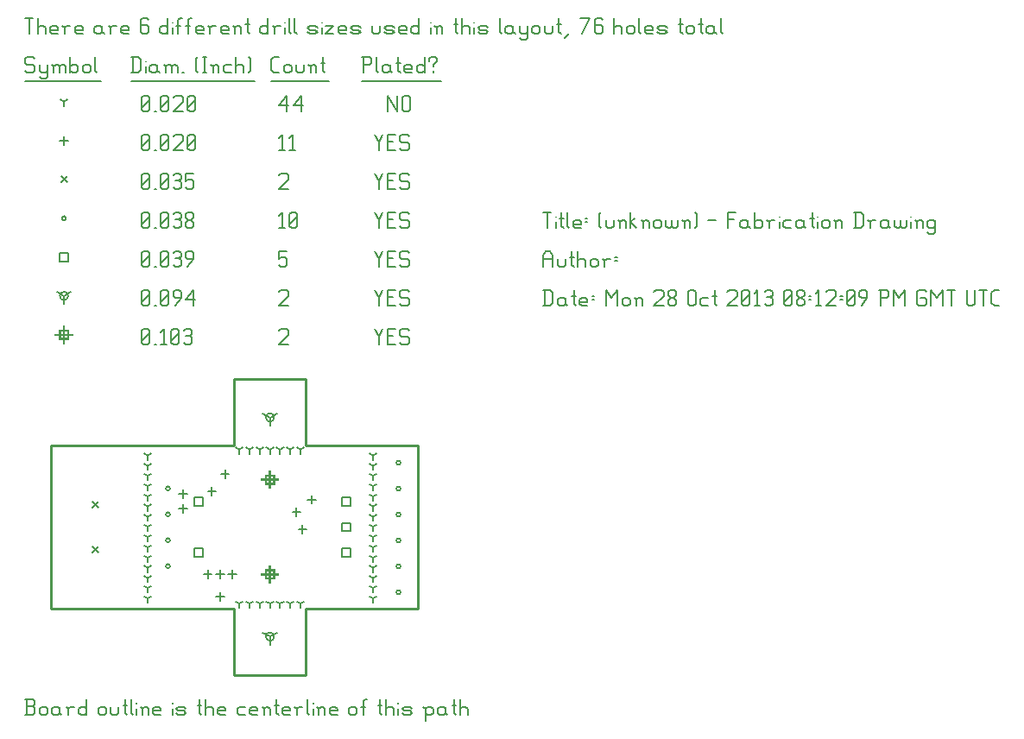
<source format=gbr>
G04 start of page 18 for group -3984 idx -3984 *
G04 Title: (unknown), fab *
G04 Creator: pcb 20110918 *
G04 CreationDate: Mon 28 Oct 2013 08:12:09 PM GMT UTC *
G04 For: tszabo *
G04 Format: Gerber/RS-274X *
G04 PCB-Dimensions: 157480 125984 *
G04 PCB-Coordinate-Origin: lower left *
%MOIN*%
%FSLAX25Y25*%
%LNFAB*%
%ADD142C,0.0100*%
%ADD141C,0.0075*%
%ADD140C,0.0060*%
%ADD139R,0.0080X0.0080*%
G54D139*X94488Y84499D02*Y78099D01*
X91288Y81299D02*X97688D01*
X92888Y82899D02*X96088D01*
X92888D02*Y79699D01*
X96088D01*
Y82899D02*Y79699D01*
X94488Y47885D02*Y41485D01*
X91288Y44685D02*X97688D01*
X92888Y46285D02*X96088D01*
X92888D02*Y43085D01*
X96088D01*
Y46285D02*Y43085D01*
X15000Y140434D02*Y134034D01*
X11800Y137234D02*X18200D01*
X13400Y138834D02*X16600D01*
X13400D02*Y135634D01*
X16600D01*
Y138834D02*Y135634D01*
G54D140*X135000Y139484D02*X136500Y136484D01*
X138000Y139484D01*
X136500Y136484D02*Y133484D01*
X139800Y136784D02*X142050D01*
X139800Y133484D02*X142800D01*
X139800Y139484D02*Y133484D01*
Y139484D02*X142800D01*
X147600D02*X148350Y138734D01*
X145350Y139484D02*X147600D01*
X144600Y138734D02*X145350Y139484D01*
X144600Y138734D02*Y137234D01*
X145350Y136484D01*
X147600D01*
X148350Y135734D01*
Y134234D01*
X147600Y133484D02*X148350Y134234D01*
X145350Y133484D02*X147600D01*
X144600Y134234D02*X145350Y133484D01*
X98000Y138734D02*X98750Y139484D01*
X101000D01*
X101750Y138734D01*
Y137234D01*
X98000Y133484D02*X101750Y137234D01*
X98000Y133484D02*X101750D01*
X45000Y134234D02*X45750Y133484D01*
X45000Y138734D02*Y134234D01*
Y138734D02*X45750Y139484D01*
X47250D01*
X48000Y138734D01*
Y134234D01*
X47250Y133484D02*X48000Y134234D01*
X45750Y133484D02*X47250D01*
X45000Y134984D02*X48000Y137984D01*
X49800Y133484D02*X50550D01*
X52350Y138284D02*X53550Y139484D01*
Y133484D01*
X52350D02*X54600D01*
X56400Y134234D02*X57150Y133484D01*
X56400Y138734D02*Y134234D01*
Y138734D02*X57150Y139484D01*
X58650D01*
X59400Y138734D01*
Y134234D01*
X58650Y133484D02*X59400Y134234D01*
X57150Y133484D02*X58650D01*
X56400Y134984D02*X59400Y137984D01*
X61200Y138734D02*X61950Y139484D01*
X63450D01*
X64200Y138734D01*
X63450Y133484D02*X64200Y134234D01*
X61950Y133484D02*X63450D01*
X61200Y134234D02*X61950Y133484D01*
Y136784D02*X63450D01*
X64200Y138734D02*Y137534D01*
Y136034D02*Y134234D01*
Y136034D02*X63450Y136784D01*
X64200Y137534D02*X63450Y136784D01*
X94488Y20669D02*Y17469D01*
Y20669D02*X97261Y22269D01*
X94488Y20669D02*X91715Y22269D01*
X92888Y20669D02*G75*G03X96088Y20669I1600J0D01*G01*
G75*G03X92888Y20669I-1600J0D01*G01*
X94488Y105315D02*Y102115D01*
Y105315D02*X97261Y106915D01*
X94488Y105315D02*X91715Y106915D01*
X92888Y105315D02*G75*G03X96088Y105315I1600J0D01*G01*
G75*G03X92888Y105315I-1600J0D01*G01*
X15000Y152234D02*Y149034D01*
Y152234D02*X17773Y153834D01*
X15000Y152234D02*X12227Y153834D01*
X13400Y152234D02*G75*G03X16600Y152234I1600J0D01*G01*
G75*G03X13400Y152234I-1600J0D01*G01*
X135000Y154484D02*X136500Y151484D01*
X138000Y154484D01*
X136500Y151484D02*Y148484D01*
X139800Y151784D02*X142050D01*
X139800Y148484D02*X142800D01*
X139800Y154484D02*Y148484D01*
Y154484D02*X142800D01*
X147600D02*X148350Y153734D01*
X145350Y154484D02*X147600D01*
X144600Y153734D02*X145350Y154484D01*
X144600Y153734D02*Y152234D01*
X145350Y151484D01*
X147600D01*
X148350Y150734D01*
Y149234D01*
X147600Y148484D02*X148350Y149234D01*
X145350Y148484D02*X147600D01*
X144600Y149234D02*X145350Y148484D01*
X98000Y153734D02*X98750Y154484D01*
X101000D01*
X101750Y153734D01*
Y152234D01*
X98000Y148484D02*X101750Y152234D01*
X98000Y148484D02*X101750D01*
X45000Y149234D02*X45750Y148484D01*
X45000Y153734D02*Y149234D01*
Y153734D02*X45750Y154484D01*
X47250D01*
X48000Y153734D01*
Y149234D01*
X47250Y148484D02*X48000Y149234D01*
X45750Y148484D02*X47250D01*
X45000Y149984D02*X48000Y152984D01*
X49800Y148484D02*X50550D01*
X52350Y149234D02*X53100Y148484D01*
X52350Y153734D02*Y149234D01*
Y153734D02*X53100Y154484D01*
X54600D01*
X55350Y153734D01*
Y149234D01*
X54600Y148484D02*X55350Y149234D01*
X53100Y148484D02*X54600D01*
X52350Y149984D02*X55350Y152984D01*
X57900Y148484D02*X60150Y151484D01*
Y153734D02*Y151484D01*
X59400Y154484D02*X60150Y153734D01*
X57900Y154484D02*X59400D01*
X57150Y153734D02*X57900Y154484D01*
X57150Y153734D02*Y152234D01*
X57900Y151484D01*
X60150D01*
X61950Y150734D02*X64950Y154484D01*
X61950Y150734D02*X65700D01*
X64950Y154484D02*Y148484D01*
X122416Y54749D02*X125616D01*
X122416D02*Y51549D01*
X125616D01*
Y54749D02*Y51549D01*
X122416Y64592D02*X125616D01*
X122416D02*Y61392D01*
X125616D01*
Y64592D02*Y61392D01*
X122416Y74435D02*X125616D01*
X122416D02*Y71235D01*
X125616D01*
Y74435D02*Y71235D01*
X65329Y54749D02*X68529D01*
X65329D02*Y51549D01*
X68529D01*
Y54749D02*Y51549D01*
X65329Y74435D02*X68529D01*
X65329D02*Y71235D01*
X68529D01*
Y74435D02*Y71235D01*
X13400Y168834D02*X16600D01*
X13400D02*Y165634D01*
X16600D01*
Y168834D02*Y165634D01*
X135000Y169484D02*X136500Y166484D01*
X138000Y169484D01*
X136500Y166484D02*Y163484D01*
X139800Y166784D02*X142050D01*
X139800Y163484D02*X142800D01*
X139800Y169484D02*Y163484D01*
Y169484D02*X142800D01*
X147600D02*X148350Y168734D01*
X145350Y169484D02*X147600D01*
X144600Y168734D02*X145350Y169484D01*
X144600Y168734D02*Y167234D01*
X145350Y166484D01*
X147600D01*
X148350Y165734D01*
Y164234D01*
X147600Y163484D02*X148350Y164234D01*
X145350Y163484D02*X147600D01*
X144600Y164234D02*X145350Y163484D01*
X98000Y169484D02*X101000D01*
X98000D02*Y166484D01*
X98750Y167234D01*
X100250D01*
X101000Y166484D01*
Y164234D01*
X100250Y163484D02*X101000Y164234D01*
X98750Y163484D02*X100250D01*
X98000Y164234D02*X98750Y163484D01*
X45000Y164234D02*X45750Y163484D01*
X45000Y168734D02*Y164234D01*
Y168734D02*X45750Y169484D01*
X47250D01*
X48000Y168734D01*
Y164234D01*
X47250Y163484D02*X48000Y164234D01*
X45750Y163484D02*X47250D01*
X45000Y164984D02*X48000Y167984D01*
X49800Y163484D02*X50550D01*
X52350Y164234D02*X53100Y163484D01*
X52350Y168734D02*Y164234D01*
Y168734D02*X53100Y169484D01*
X54600D01*
X55350Y168734D01*
Y164234D01*
X54600Y163484D02*X55350Y164234D01*
X53100Y163484D02*X54600D01*
X52350Y164984D02*X55350Y167984D01*
X57150Y168734D02*X57900Y169484D01*
X59400D01*
X60150Y168734D01*
X59400Y163484D02*X60150Y164234D01*
X57900Y163484D02*X59400D01*
X57150Y164234D02*X57900Y163484D01*
Y166784D02*X59400D01*
X60150Y168734D02*Y167534D01*
Y166034D02*Y164234D01*
Y166034D02*X59400Y166784D01*
X60150Y167534D02*X59400Y166784D01*
X62700Y163484D02*X64950Y166484D01*
Y168734D02*Y166484D01*
X64200Y169484D02*X64950Y168734D01*
X62700Y169484D02*X64200D01*
X61950Y168734D02*X62700Y169484D01*
X61950Y168734D02*Y167234D01*
X62700Y166484D01*
X64950D01*
X54317Y77913D02*G75*G03X55917Y77913I800J0D01*G01*
G75*G03X54317Y77913I-800J0D01*G01*
Y67913D02*G75*G03X55917Y67913I800J0D01*G01*
G75*G03X54317Y67913I-800J0D01*G01*
Y57913D02*G75*G03X55917Y57913I800J0D01*G01*
G75*G03X54317Y57913I-800J0D01*G01*
Y47913D02*G75*G03X55917Y47913I800J0D01*G01*
G75*G03X54317Y47913I-800J0D01*G01*
X143294Y87795D02*G75*G03X144894Y87795I800J0D01*G01*
G75*G03X143294Y87795I-800J0D01*G01*
Y77795D02*G75*G03X144894Y77795I800J0D01*G01*
G75*G03X143294Y77795I-800J0D01*G01*
Y67795D02*G75*G03X144894Y67795I800J0D01*G01*
G75*G03X143294Y67795I-800J0D01*G01*
Y57795D02*G75*G03X144894Y57795I800J0D01*G01*
G75*G03X143294Y57795I-800J0D01*G01*
Y47795D02*G75*G03X144894Y47795I800J0D01*G01*
G75*G03X143294Y47795I-800J0D01*G01*
Y37795D02*G75*G03X144894Y37795I800J0D01*G01*
G75*G03X143294Y37795I-800J0D01*G01*
X14200Y182234D02*G75*G03X15800Y182234I800J0D01*G01*
G75*G03X14200Y182234I-800J0D01*G01*
X135000Y184484D02*X136500Y181484D01*
X138000Y184484D01*
X136500Y181484D02*Y178484D01*
X139800Y181784D02*X142050D01*
X139800Y178484D02*X142800D01*
X139800Y184484D02*Y178484D01*
Y184484D02*X142800D01*
X147600D02*X148350Y183734D01*
X145350Y184484D02*X147600D01*
X144600Y183734D02*X145350Y184484D01*
X144600Y183734D02*Y182234D01*
X145350Y181484D01*
X147600D01*
X148350Y180734D01*
Y179234D01*
X147600Y178484D02*X148350Y179234D01*
X145350Y178484D02*X147600D01*
X144600Y179234D02*X145350Y178484D01*
X98000Y183284D02*X99200Y184484D01*
Y178484D01*
X98000D02*X100250D01*
X102050Y179234D02*X102800Y178484D01*
X102050Y183734D02*Y179234D01*
Y183734D02*X102800Y184484D01*
X104300D01*
X105050Y183734D01*
Y179234D01*
X104300Y178484D02*X105050Y179234D01*
X102800Y178484D02*X104300D01*
X102050Y179984D02*X105050Y182984D01*
X45000Y179234D02*X45750Y178484D01*
X45000Y183734D02*Y179234D01*
Y183734D02*X45750Y184484D01*
X47250D01*
X48000Y183734D01*
Y179234D01*
X47250Y178484D02*X48000Y179234D01*
X45750Y178484D02*X47250D01*
X45000Y179984D02*X48000Y182984D01*
X49800Y178484D02*X50550D01*
X52350Y179234D02*X53100Y178484D01*
X52350Y183734D02*Y179234D01*
Y183734D02*X53100Y184484D01*
X54600D01*
X55350Y183734D01*
Y179234D01*
X54600Y178484D02*X55350Y179234D01*
X53100Y178484D02*X54600D01*
X52350Y179984D02*X55350Y182984D01*
X57150Y183734D02*X57900Y184484D01*
X59400D01*
X60150Y183734D01*
X59400Y178484D02*X60150Y179234D01*
X57900Y178484D02*X59400D01*
X57150Y179234D02*X57900Y178484D01*
Y181784D02*X59400D01*
X60150Y183734D02*Y182534D01*
Y181034D02*Y179234D01*
Y181034D02*X59400Y181784D01*
X60150Y182534D02*X59400Y181784D01*
X61950Y179234D02*X62700Y178484D01*
X61950Y180434D02*Y179234D01*
Y180434D02*X63000Y181484D01*
X63900D01*
X64950Y180434D01*
Y179234D01*
X64200Y178484D02*X64950Y179234D01*
X62700Y178484D02*X64200D01*
X61950Y182534D02*X63000Y181484D01*
X61950Y183734D02*Y182534D01*
Y183734D02*X62700Y184484D01*
X64200D01*
X64950Y183734D01*
Y182534D01*
X63900Y181484D02*X64950Y182534D01*
X25964Y72853D02*X28364Y70453D01*
X25964D02*X28364Y72853D01*
X25964Y55531D02*X28364Y53131D01*
X25964D02*X28364Y55531D01*
X13800Y198434D02*X16200Y196034D01*
X13800D02*X16200Y198434D01*
X135000Y199484D02*X136500Y196484D01*
X138000Y199484D01*
X136500Y196484D02*Y193484D01*
X139800Y196784D02*X142050D01*
X139800Y193484D02*X142800D01*
X139800Y199484D02*Y193484D01*
Y199484D02*X142800D01*
X147600D02*X148350Y198734D01*
X145350Y199484D02*X147600D01*
X144600Y198734D02*X145350Y199484D01*
X144600Y198734D02*Y197234D01*
X145350Y196484D01*
X147600D01*
X148350Y195734D01*
Y194234D01*
X147600Y193484D02*X148350Y194234D01*
X145350Y193484D02*X147600D01*
X144600Y194234D02*X145350Y193484D01*
X98000Y198734D02*X98750Y199484D01*
X101000D01*
X101750Y198734D01*
Y197234D01*
X98000Y193484D02*X101750Y197234D01*
X98000Y193484D02*X101750D01*
X45000Y194234D02*X45750Y193484D01*
X45000Y198734D02*Y194234D01*
Y198734D02*X45750Y199484D01*
X47250D01*
X48000Y198734D01*
Y194234D01*
X47250Y193484D02*X48000Y194234D01*
X45750Y193484D02*X47250D01*
X45000Y194984D02*X48000Y197984D01*
X49800Y193484D02*X50550D01*
X52350Y194234D02*X53100Y193484D01*
X52350Y198734D02*Y194234D01*
Y198734D02*X53100Y199484D01*
X54600D01*
X55350Y198734D01*
Y194234D01*
X54600Y193484D02*X55350Y194234D01*
X53100Y193484D02*X54600D01*
X52350Y194984D02*X55350Y197984D01*
X57150Y198734D02*X57900Y199484D01*
X59400D01*
X60150Y198734D01*
X59400Y193484D02*X60150Y194234D01*
X57900Y193484D02*X59400D01*
X57150Y194234D02*X57900Y193484D01*
Y196784D02*X59400D01*
X60150Y198734D02*Y197534D01*
Y196034D02*Y194234D01*
Y196034D02*X59400Y196784D01*
X60150Y197534D02*X59400Y196784D01*
X61950Y199484D02*X64950D01*
X61950D02*Y196484D01*
X62700Y197234D01*
X64200D01*
X64950Y196484D01*
Y194234D01*
X64200Y193484D02*X64950Y194234D01*
X62700Y193484D02*X64200D01*
X61950Y194234D02*X62700Y193484D01*
X47244Y90544D02*Y88944D01*
Y90544D02*X48631Y91344D01*
X47244Y90544D02*X45857Y91344D01*
X47244Y86608D02*Y85008D01*
Y86608D02*X48631Y87408D01*
X47244Y86608D02*X45857Y87408D01*
X47244Y82672D02*Y81072D01*
Y82672D02*X48631Y83472D01*
X47244Y82672D02*X45857Y83472D01*
X47244Y78736D02*Y77136D01*
Y78736D02*X48631Y79536D01*
X47244Y78736D02*X45857Y79536D01*
X47244Y74800D02*Y73200D01*
Y74800D02*X48631Y75600D01*
X47244Y74800D02*X45857Y75600D01*
X47244Y70864D02*Y69264D01*
Y70864D02*X48631Y71664D01*
X47244Y70864D02*X45857Y71664D01*
X47244Y66928D02*Y65328D01*
Y66928D02*X48631Y67728D01*
X47244Y66928D02*X45857Y67728D01*
X47244Y35440D02*Y33840D01*
Y35440D02*X48631Y36240D01*
X47244Y35440D02*X45857Y36240D01*
X47244Y39376D02*Y37776D01*
Y39376D02*X48631Y40176D01*
X47244Y39376D02*X45857Y40176D01*
X47244Y43312D02*Y41712D01*
Y43312D02*X48631Y44112D01*
X47244Y43312D02*X45857Y44112D01*
X47244Y47248D02*Y45648D01*
Y47248D02*X48631Y48048D01*
X47244Y47248D02*X45857Y48048D01*
X47244Y51184D02*Y49584D01*
Y51184D02*X48631Y51984D01*
X47244Y51184D02*X45857Y51984D01*
X47244Y55120D02*Y53520D01*
Y55120D02*X48631Y55920D01*
X47244Y55120D02*X45857Y55920D01*
X47244Y59056D02*Y57456D01*
Y59056D02*X48631Y59856D01*
X47244Y59056D02*X45857Y59856D01*
X47244Y62992D02*Y61392D01*
Y62992D02*X48631Y63792D01*
X47244Y62992D02*X45857Y63792D01*
X134252Y39376D02*Y37776D01*
Y39376D02*X135639Y40176D01*
X134252Y39376D02*X132865Y40176D01*
X134252Y90544D02*Y88944D01*
Y90544D02*X135639Y91344D01*
X134252Y90544D02*X132865Y91344D01*
X134252Y86608D02*Y85008D01*
Y86608D02*X135639Y87408D01*
X134252Y86608D02*X132865Y87408D01*
X134252Y82672D02*Y81072D01*
Y82672D02*X135639Y83472D01*
X134252Y82672D02*X132865Y83472D01*
X134252Y78736D02*Y77136D01*
Y78736D02*X135639Y79536D01*
X134252Y78736D02*X132865Y79536D01*
X134252Y74800D02*Y73200D01*
Y74800D02*X135639Y75600D01*
X134252Y74800D02*X132865Y75600D01*
X134252Y70864D02*Y69264D01*
Y70864D02*X135639Y71664D01*
X134252Y70864D02*X132865Y71664D01*
X134252Y66928D02*Y65328D01*
Y66928D02*X135639Y67728D01*
X134252Y66928D02*X132865Y67728D01*
X134252Y35440D02*Y33840D01*
Y35440D02*X135639Y36240D01*
X134252Y35440D02*X132865Y36240D01*
X134252Y43312D02*Y41712D01*
Y43312D02*X135639Y44112D01*
X134252Y43312D02*X132865Y44112D01*
X134252Y47248D02*Y45648D01*
Y47248D02*X135639Y48048D01*
X134252Y47248D02*X132865Y48048D01*
X134252Y51184D02*Y49584D01*
Y51184D02*X135639Y51984D01*
X134252Y51184D02*X132865Y51984D01*
X134252Y55120D02*Y53520D01*
Y55120D02*X135639Y55920D01*
X134252Y55120D02*X132865Y55920D01*
X134252Y59056D02*Y57456D01*
Y59056D02*X135639Y59856D01*
X134252Y59056D02*X132865Y59856D01*
X134252Y62992D02*Y61392D01*
Y62992D02*X135639Y63792D01*
X134252Y62992D02*X132865Y63792D01*
X94485Y92913D02*Y91313D01*
Y92913D02*X95872Y93713D01*
X94485Y92913D02*X93098Y93713D01*
X90549Y92913D02*Y91313D01*
Y92913D02*X91936Y93713D01*
X90549Y92913D02*X89162Y93713D01*
X86613Y92913D02*Y91313D01*
Y92913D02*X88000Y93713D01*
X86613Y92913D02*X85226Y93713D01*
X82677Y92913D02*Y91313D01*
Y92913D02*X84064Y93713D01*
X82677Y92913D02*X81290Y93713D01*
X98421Y92913D02*Y91313D01*
Y92913D02*X99808Y93713D01*
X98421Y92913D02*X97034Y93713D01*
X102357Y92913D02*Y91313D01*
Y92913D02*X103744Y93713D01*
X102357Y92913D02*X100970Y93713D01*
X106293Y92913D02*Y91313D01*
Y92913D02*X107680Y93713D01*
X106293Y92913D02*X104906Y93713D01*
X94485Y33464D02*Y31864D01*
Y33464D02*X95872Y34264D01*
X94485Y33464D02*X93098Y34264D01*
X90549Y33464D02*Y31864D01*
Y33464D02*X91936Y34264D01*
X90549Y33464D02*X89162Y34264D01*
X86613Y33464D02*Y31864D01*
Y33464D02*X88000Y34264D01*
X86613Y33464D02*X85226Y34264D01*
X82677Y33464D02*Y31864D01*
Y33464D02*X84064Y34264D01*
X82677Y33464D02*X81290Y34264D01*
X98421Y33464D02*Y31864D01*
Y33464D02*X99808Y34264D01*
X98421Y33464D02*X97034Y34264D01*
X102357Y33464D02*Y31864D01*
Y33464D02*X103744Y34264D01*
X102357Y33464D02*X100970Y34264D01*
X106293Y33464D02*Y31864D01*
Y33464D02*X107680Y34264D01*
X106293Y33464D02*X104906Y34264D01*
X77165Y85064D02*Y81864D01*
X75565Y83464D02*X78765D01*
X61024Y71678D02*Y68478D01*
X59424Y70078D02*X62624D01*
X75197Y37820D02*Y34620D01*
X73597Y36220D02*X76797D01*
X75197Y46482D02*Y43282D01*
X73597Y44882D02*X76797D01*
X110630Y75222D02*Y72022D01*
X109030Y73622D02*X112230D01*
X104724Y70497D02*Y67297D01*
X103124Y68897D02*X106324D01*
X107087Y63804D02*Y60604D01*
X105487Y62204D02*X108687D01*
X60964Y77432D02*Y74232D01*
X59364Y75832D02*X62564D01*
X72047Y78371D02*Y75171D01*
X70447Y76771D02*X73647D01*
X70472Y46482D02*Y43282D01*
X68872Y44882D02*X72072D01*
X79921Y46482D02*Y43282D01*
X78321Y44882D02*X81521D01*
X15000Y213834D02*Y210634D01*
X13400Y212234D02*X16600D01*
X135000Y214484D02*X136500Y211484D01*
X138000Y214484D01*
X136500Y211484D02*Y208484D01*
X139800Y211784D02*X142050D01*
X139800Y208484D02*X142800D01*
X139800Y214484D02*Y208484D01*
Y214484D02*X142800D01*
X147600D02*X148350Y213734D01*
X145350Y214484D02*X147600D01*
X144600Y213734D02*X145350Y214484D01*
X144600Y213734D02*Y212234D01*
X145350Y211484D01*
X147600D01*
X148350Y210734D01*
Y209234D01*
X147600Y208484D02*X148350Y209234D01*
X145350Y208484D02*X147600D01*
X144600Y209234D02*X145350Y208484D01*
X98000Y213284D02*X99200Y214484D01*
Y208484D01*
X98000D02*X100250D01*
X102050Y213284D02*X103250Y214484D01*
Y208484D01*
X102050D02*X104300D01*
X15000Y227234D02*Y225634D01*
Y227234D02*X16387Y228034D01*
X15000Y227234D02*X13613Y228034D01*
X140000Y229484D02*Y223484D01*
Y229484D02*X143750Y223484D01*
Y229484D02*Y223484D01*
X145550Y228734D02*Y224234D01*
Y228734D02*X146300Y229484D01*
X147800D01*
X148550Y228734D01*
Y224234D01*
X147800Y223484D02*X148550Y224234D01*
X146300Y223484D02*X147800D01*
X145550Y224234D02*X146300Y223484D01*
X98000Y225734D02*X101000Y229484D01*
X98000Y225734D02*X101750D01*
X101000Y229484D02*Y223484D01*
X103550Y225734D02*X106550Y229484D01*
X103550Y225734D02*X107300D01*
X106550Y229484D02*Y223484D01*
X45000Y224234D02*X45750Y223484D01*
X45000Y228734D02*Y224234D01*
Y228734D02*X45750Y229484D01*
X47250D01*
X48000Y228734D01*
Y224234D01*
X47250Y223484D02*X48000Y224234D01*
X45750Y223484D02*X47250D01*
X45000Y224984D02*X48000Y227984D01*
X49800Y223484D02*X50550D01*
X52350Y224234D02*X53100Y223484D01*
X52350Y228734D02*Y224234D01*
Y228734D02*X53100Y229484D01*
X54600D01*
X55350Y228734D01*
Y224234D01*
X54600Y223484D02*X55350Y224234D01*
X53100Y223484D02*X54600D01*
X52350Y224984D02*X55350Y227984D01*
X57150Y228734D02*X57900Y229484D01*
X60150D01*
X60900Y228734D01*
Y227234D01*
X57150Y223484D02*X60900Y227234D01*
X57150Y223484D02*X60900D01*
X62700Y224234D02*X63450Y223484D01*
X62700Y228734D02*Y224234D01*
Y228734D02*X63450Y229484D01*
X64950D01*
X65700Y228734D01*
Y224234D01*
X64950Y223484D02*X65700Y224234D01*
X63450Y223484D02*X64950D01*
X62700Y224984D02*X65700Y227984D01*
X45000Y209234D02*X45750Y208484D01*
X45000Y213734D02*Y209234D01*
Y213734D02*X45750Y214484D01*
X47250D01*
X48000Y213734D01*
Y209234D01*
X47250Y208484D02*X48000Y209234D01*
X45750Y208484D02*X47250D01*
X45000Y209984D02*X48000Y212984D01*
X49800Y208484D02*X50550D01*
X52350Y209234D02*X53100Y208484D01*
X52350Y213734D02*Y209234D01*
Y213734D02*X53100Y214484D01*
X54600D01*
X55350Y213734D01*
Y209234D01*
X54600Y208484D02*X55350Y209234D01*
X53100Y208484D02*X54600D01*
X52350Y209984D02*X55350Y212984D01*
X57150Y213734D02*X57900Y214484D01*
X60150D01*
X60900Y213734D01*
Y212234D01*
X57150Y208484D02*X60900Y212234D01*
X57150Y208484D02*X60900D01*
X62700Y209234D02*X63450Y208484D01*
X62700Y213734D02*Y209234D01*
Y213734D02*X63450Y214484D01*
X64950D01*
X65700Y213734D01*
Y209234D01*
X64950Y208484D02*X65700Y209234D01*
X63450Y208484D02*X64950D01*
X62700Y209984D02*X65700Y212984D01*
X3000Y244484D02*X3750Y243734D01*
X750Y244484D02*X3000D01*
X0Y243734D02*X750Y244484D01*
X0Y243734D02*Y242234D01*
X750Y241484D01*
X3000D01*
X3750Y240734D01*
Y239234D01*
X3000Y238484D02*X3750Y239234D01*
X750Y238484D02*X3000D01*
X0Y239234D02*X750Y238484D01*
X5550Y241484D02*Y239234D01*
X6300Y238484D01*
X8550Y241484D02*Y236984D01*
X7800Y236234D02*X8550Y236984D01*
X6300Y236234D02*X7800D01*
X5550Y236984D02*X6300Y236234D01*
Y238484D02*X7800D01*
X8550Y239234D01*
X11100Y240734D02*Y238484D01*
Y240734D02*X11850Y241484D01*
X12600D01*
X13350Y240734D01*
Y238484D01*
Y240734D02*X14100Y241484D01*
X14850D01*
X15600Y240734D01*
Y238484D01*
X10350Y241484D02*X11100Y240734D01*
X17400Y244484D02*Y238484D01*
Y239234D02*X18150Y238484D01*
X19650D01*
X20400Y239234D01*
Y240734D02*Y239234D01*
X19650Y241484D02*X20400Y240734D01*
X18150Y241484D02*X19650D01*
X17400Y240734D02*X18150Y241484D01*
X22200Y240734D02*Y239234D01*
Y240734D02*X22950Y241484D01*
X24450D01*
X25200Y240734D01*
Y239234D01*
X24450Y238484D02*X25200Y239234D01*
X22950Y238484D02*X24450D01*
X22200Y239234D02*X22950Y238484D01*
X27000Y244484D02*Y239234D01*
X27750Y238484D01*
X0Y235234D02*X29250D01*
X41750Y244484D02*Y238484D01*
X43700Y244484D02*X44750Y243434D01*
Y239534D01*
X43700Y238484D02*X44750Y239534D01*
X41000Y238484D02*X43700D01*
X41000Y244484D02*X43700D01*
G54D141*X46550Y242984D02*Y242834D01*
G54D140*Y240734D02*Y238484D01*
X50300Y241484D02*X51050Y240734D01*
X48800Y241484D02*X50300D01*
X48050Y240734D02*X48800Y241484D01*
X48050Y240734D02*Y239234D01*
X48800Y238484D01*
X51050Y241484D02*Y239234D01*
X51800Y238484D01*
X48800D02*X50300D01*
X51050Y239234D01*
X54350Y240734D02*Y238484D01*
Y240734D02*X55100Y241484D01*
X55850D01*
X56600Y240734D01*
Y238484D01*
Y240734D02*X57350Y241484D01*
X58100D01*
X58850Y240734D01*
Y238484D01*
X53600Y241484D02*X54350Y240734D01*
X60650Y238484D02*X61400D01*
X65900Y239234D02*X66650Y238484D01*
X65900Y243734D02*X66650Y244484D01*
X65900Y243734D02*Y239234D01*
X68450Y244484D02*X69950D01*
X69200D02*Y238484D01*
X68450D02*X69950D01*
X72500Y240734D02*Y238484D01*
Y240734D02*X73250Y241484D01*
X74000D01*
X74750Y240734D01*
Y238484D01*
X71750Y241484D02*X72500Y240734D01*
X77300Y241484D02*X79550D01*
X76550Y240734D02*X77300Y241484D01*
X76550Y240734D02*Y239234D01*
X77300Y238484D01*
X79550D01*
X81350Y244484D02*Y238484D01*
Y240734D02*X82100Y241484D01*
X83600D01*
X84350Y240734D01*
Y238484D01*
X86150Y244484D02*X86900Y243734D01*
Y239234D01*
X86150Y238484D02*X86900Y239234D01*
X41000Y235234D02*X88700D01*
X96050Y238484D02*X98000D01*
X95000Y239534D02*X96050Y238484D01*
X95000Y243434D02*Y239534D01*
Y243434D02*X96050Y244484D01*
X98000D01*
X99800Y240734D02*Y239234D01*
Y240734D02*X100550Y241484D01*
X102050D01*
X102800Y240734D01*
Y239234D01*
X102050Y238484D02*X102800Y239234D01*
X100550Y238484D02*X102050D01*
X99800Y239234D02*X100550Y238484D01*
X104600Y241484D02*Y239234D01*
X105350Y238484D01*
X106850D01*
X107600Y239234D01*
Y241484D02*Y239234D01*
X110150Y240734D02*Y238484D01*
Y240734D02*X110900Y241484D01*
X111650D01*
X112400Y240734D01*
Y238484D01*
X109400Y241484D02*X110150Y240734D01*
X114950Y244484D02*Y239234D01*
X115700Y238484D01*
X114200Y242234D02*X115700D01*
X95000Y235234D02*X117200D01*
X130750Y244484D02*Y238484D01*
X130000Y244484D02*X133000D01*
X133750Y243734D01*
Y242234D01*
X133000Y241484D02*X133750Y242234D01*
X130750Y241484D02*X133000D01*
X135550Y244484D02*Y239234D01*
X136300Y238484D01*
X140050Y241484D02*X140800Y240734D01*
X138550Y241484D02*X140050D01*
X137800Y240734D02*X138550Y241484D01*
X137800Y240734D02*Y239234D01*
X138550Y238484D01*
X140800Y241484D02*Y239234D01*
X141550Y238484D01*
X138550D02*X140050D01*
X140800Y239234D01*
X144100Y244484D02*Y239234D01*
X144850Y238484D01*
X143350Y242234D02*X144850D01*
X147100Y238484D02*X149350D01*
X146350Y239234D02*X147100Y238484D01*
X146350Y240734D02*Y239234D01*
Y240734D02*X147100Y241484D01*
X148600D01*
X149350Y240734D01*
X146350Y239984D02*X149350D01*
Y240734D02*Y239984D01*
X154150Y244484D02*Y238484D01*
X153400D02*X154150Y239234D01*
X151900Y238484D02*X153400D01*
X151150Y239234D02*X151900Y238484D01*
X151150Y240734D02*Y239234D01*
Y240734D02*X151900Y241484D01*
X153400D01*
X154150Y240734D01*
X157450Y241484D02*Y240734D01*
Y239234D02*Y238484D01*
X155950Y243734D02*Y242984D01*
Y243734D02*X156700Y244484D01*
X158200D01*
X158950Y243734D01*
Y242984D01*
X157450Y241484D02*X158950Y242984D01*
X130000Y235234D02*X160750D01*
X0Y259484D02*X3000D01*
X1500D02*Y253484D01*
X4800Y259484D02*Y253484D01*
Y255734D02*X5550Y256484D01*
X7050D01*
X7800Y255734D01*
Y253484D01*
X10350D02*X12600D01*
X9600Y254234D02*X10350Y253484D01*
X9600Y255734D02*Y254234D01*
Y255734D02*X10350Y256484D01*
X11850D01*
X12600Y255734D01*
X9600Y254984D02*X12600D01*
Y255734D02*Y254984D01*
X15150Y255734D02*Y253484D01*
Y255734D02*X15900Y256484D01*
X17400D01*
X14400D02*X15150Y255734D01*
X19950Y253484D02*X22200D01*
X19200Y254234D02*X19950Y253484D01*
X19200Y255734D02*Y254234D01*
Y255734D02*X19950Y256484D01*
X21450D01*
X22200Y255734D01*
X19200Y254984D02*X22200D01*
Y255734D02*Y254984D01*
X28950Y256484D02*X29700Y255734D01*
X27450Y256484D02*X28950D01*
X26700Y255734D02*X27450Y256484D01*
X26700Y255734D02*Y254234D01*
X27450Y253484D01*
X29700Y256484D02*Y254234D01*
X30450Y253484D01*
X27450D02*X28950D01*
X29700Y254234D01*
X33000Y255734D02*Y253484D01*
Y255734D02*X33750Y256484D01*
X35250D01*
X32250D02*X33000Y255734D01*
X37800Y253484D02*X40050D01*
X37050Y254234D02*X37800Y253484D01*
X37050Y255734D02*Y254234D01*
Y255734D02*X37800Y256484D01*
X39300D01*
X40050Y255734D01*
X37050Y254984D02*X40050D01*
Y255734D02*Y254984D01*
X46800Y259484D02*X47550Y258734D01*
X45300Y259484D02*X46800D01*
X44550Y258734D02*X45300Y259484D01*
X44550Y258734D02*Y254234D01*
X45300Y253484D01*
X46800Y256784D02*X47550Y256034D01*
X44550Y256784D02*X46800D01*
X45300Y253484D02*X46800D01*
X47550Y254234D01*
Y256034D02*Y254234D01*
X55050Y259484D02*Y253484D01*
X54300D02*X55050Y254234D01*
X52800Y253484D02*X54300D01*
X52050Y254234D02*X52800Y253484D01*
X52050Y255734D02*Y254234D01*
Y255734D02*X52800Y256484D01*
X54300D01*
X55050Y255734D01*
G54D141*X56850Y257984D02*Y257834D01*
G54D140*Y255734D02*Y253484D01*
X59100Y258734D02*Y253484D01*
Y258734D02*X59850Y259484D01*
X60600D01*
X58350Y256484D02*X59850D01*
X62850Y258734D02*Y253484D01*
Y258734D02*X63600Y259484D01*
X64350D01*
X62100Y256484D02*X63600D01*
X66600Y253484D02*X68850D01*
X65850Y254234D02*X66600Y253484D01*
X65850Y255734D02*Y254234D01*
Y255734D02*X66600Y256484D01*
X68100D01*
X68850Y255734D01*
X65850Y254984D02*X68850D01*
Y255734D02*Y254984D01*
X71400Y255734D02*Y253484D01*
Y255734D02*X72150Y256484D01*
X73650D01*
X70650D02*X71400Y255734D01*
X76200Y253484D02*X78450D01*
X75450Y254234D02*X76200Y253484D01*
X75450Y255734D02*Y254234D01*
Y255734D02*X76200Y256484D01*
X77700D01*
X78450Y255734D01*
X75450Y254984D02*X78450D01*
Y255734D02*Y254984D01*
X81000Y255734D02*Y253484D01*
Y255734D02*X81750Y256484D01*
X82500D01*
X83250Y255734D01*
Y253484D01*
X80250Y256484D02*X81000Y255734D01*
X85800Y259484D02*Y254234D01*
X86550Y253484D01*
X85050Y257234D02*X86550D01*
X93750Y259484D02*Y253484D01*
X93000D02*X93750Y254234D01*
X91500Y253484D02*X93000D01*
X90750Y254234D02*X91500Y253484D01*
X90750Y255734D02*Y254234D01*
Y255734D02*X91500Y256484D01*
X93000D01*
X93750Y255734D01*
X96300D02*Y253484D01*
Y255734D02*X97050Y256484D01*
X98550D01*
X95550D02*X96300Y255734D01*
G54D141*X100350Y257984D02*Y257834D01*
G54D140*Y255734D02*Y253484D01*
X101850Y259484D02*Y254234D01*
X102600Y253484D01*
X104100Y259484D02*Y254234D01*
X104850Y253484D01*
X109800D02*X112050D01*
X112800Y254234D01*
X112050Y254984D02*X112800Y254234D01*
X109800Y254984D02*X112050D01*
X109050Y255734D02*X109800Y254984D01*
X109050Y255734D02*X109800Y256484D01*
X112050D01*
X112800Y255734D01*
X109050Y254234D02*X109800Y253484D01*
G54D141*X114600Y257984D02*Y257834D01*
G54D140*Y255734D02*Y253484D01*
X116100Y256484D02*X119100D01*
X116100Y253484D02*X119100Y256484D01*
X116100Y253484D02*X119100D01*
X121650D02*X123900D01*
X120900Y254234D02*X121650Y253484D01*
X120900Y255734D02*Y254234D01*
Y255734D02*X121650Y256484D01*
X123150D01*
X123900Y255734D01*
X120900Y254984D02*X123900D01*
Y255734D02*Y254984D01*
X126450Y253484D02*X128700D01*
X129450Y254234D01*
X128700Y254984D02*X129450Y254234D01*
X126450Y254984D02*X128700D01*
X125700Y255734D02*X126450Y254984D01*
X125700Y255734D02*X126450Y256484D01*
X128700D01*
X129450Y255734D01*
X125700Y254234D02*X126450Y253484D01*
X133950Y256484D02*Y254234D01*
X134700Y253484D01*
X136200D01*
X136950Y254234D01*
Y256484D02*Y254234D01*
X139500Y253484D02*X141750D01*
X142500Y254234D01*
X141750Y254984D02*X142500Y254234D01*
X139500Y254984D02*X141750D01*
X138750Y255734D02*X139500Y254984D01*
X138750Y255734D02*X139500Y256484D01*
X141750D01*
X142500Y255734D01*
X138750Y254234D02*X139500Y253484D01*
X145050D02*X147300D01*
X144300Y254234D02*X145050Y253484D01*
X144300Y255734D02*Y254234D01*
Y255734D02*X145050Y256484D01*
X146550D01*
X147300Y255734D01*
X144300Y254984D02*X147300D01*
Y255734D02*Y254984D01*
X152100Y259484D02*Y253484D01*
X151350D02*X152100Y254234D01*
X149850Y253484D02*X151350D01*
X149100Y254234D02*X149850Y253484D01*
X149100Y255734D02*Y254234D01*
Y255734D02*X149850Y256484D01*
X151350D01*
X152100Y255734D01*
G54D141*X156600Y257984D02*Y257834D01*
G54D140*Y255734D02*Y253484D01*
X158850Y255734D02*Y253484D01*
Y255734D02*X159600Y256484D01*
X160350D01*
X161100Y255734D01*
Y253484D01*
X158100Y256484D02*X158850Y255734D01*
X166350Y259484D02*Y254234D01*
X167100Y253484D01*
X165600Y257234D02*X167100D01*
X168600Y259484D02*Y253484D01*
Y255734D02*X169350Y256484D01*
X170850D01*
X171600Y255734D01*
Y253484D01*
G54D141*X173400Y257984D02*Y257834D01*
G54D140*Y255734D02*Y253484D01*
X175650D02*X177900D01*
X178650Y254234D01*
X177900Y254984D02*X178650Y254234D01*
X175650Y254984D02*X177900D01*
X174900Y255734D02*X175650Y254984D01*
X174900Y255734D02*X175650Y256484D01*
X177900D01*
X178650Y255734D01*
X174900Y254234D02*X175650Y253484D01*
X183150Y259484D02*Y254234D01*
X183900Y253484D01*
X187650Y256484D02*X188400Y255734D01*
X186150Y256484D02*X187650D01*
X185400Y255734D02*X186150Y256484D01*
X185400Y255734D02*Y254234D01*
X186150Y253484D01*
X188400Y256484D02*Y254234D01*
X189150Y253484D01*
X186150D02*X187650D01*
X188400Y254234D01*
X190950Y256484D02*Y254234D01*
X191700Y253484D01*
X193950Y256484D02*Y251984D01*
X193200Y251234D02*X193950Y251984D01*
X191700Y251234D02*X193200D01*
X190950Y251984D02*X191700Y251234D01*
Y253484D02*X193200D01*
X193950Y254234D01*
X195750Y255734D02*Y254234D01*
Y255734D02*X196500Y256484D01*
X198000D01*
X198750Y255734D01*
Y254234D01*
X198000Y253484D02*X198750Y254234D01*
X196500Y253484D02*X198000D01*
X195750Y254234D02*X196500Y253484D01*
X200550Y256484D02*Y254234D01*
X201300Y253484D01*
X202800D01*
X203550Y254234D01*
Y256484D02*Y254234D01*
X206100Y259484D02*Y254234D01*
X206850Y253484D01*
X205350Y257234D02*X206850D01*
X208350Y251984D02*X209850Y253484D01*
X215100D02*X218100Y259484D01*
X214350D02*X218100D01*
X222150D02*X222900Y258734D01*
X220650Y259484D02*X222150D01*
X219900Y258734D02*X220650Y259484D01*
X219900Y258734D02*Y254234D01*
X220650Y253484D01*
X222150Y256784D02*X222900Y256034D01*
X219900Y256784D02*X222150D01*
X220650Y253484D02*X222150D01*
X222900Y254234D01*
Y256034D02*Y254234D01*
X227400Y259484D02*Y253484D01*
Y255734D02*X228150Y256484D01*
X229650D01*
X230400Y255734D01*
Y253484D01*
X232200Y255734D02*Y254234D01*
Y255734D02*X232950Y256484D01*
X234450D01*
X235200Y255734D01*
Y254234D01*
X234450Y253484D02*X235200Y254234D01*
X232950Y253484D02*X234450D01*
X232200Y254234D02*X232950Y253484D01*
X237000Y259484D02*Y254234D01*
X237750Y253484D01*
X240000D02*X242250D01*
X239250Y254234D02*X240000Y253484D01*
X239250Y255734D02*Y254234D01*
Y255734D02*X240000Y256484D01*
X241500D01*
X242250Y255734D01*
X239250Y254984D02*X242250D01*
Y255734D02*Y254984D01*
X244800Y253484D02*X247050D01*
X247800Y254234D01*
X247050Y254984D02*X247800Y254234D01*
X244800Y254984D02*X247050D01*
X244050Y255734D02*X244800Y254984D01*
X244050Y255734D02*X244800Y256484D01*
X247050D01*
X247800Y255734D01*
X244050Y254234D02*X244800Y253484D01*
X253050Y259484D02*Y254234D01*
X253800Y253484D01*
X252300Y257234D02*X253800D01*
X255300Y255734D02*Y254234D01*
Y255734D02*X256050Y256484D01*
X257550D01*
X258300Y255734D01*
Y254234D01*
X257550Y253484D02*X258300Y254234D01*
X256050Y253484D02*X257550D01*
X255300Y254234D02*X256050Y253484D01*
X260850Y259484D02*Y254234D01*
X261600Y253484D01*
X260100Y257234D02*X261600D01*
X265350Y256484D02*X266100Y255734D01*
X263850Y256484D02*X265350D01*
X263100Y255734D02*X263850Y256484D01*
X263100Y255734D02*Y254234D01*
X263850Y253484D01*
X266100Y256484D02*Y254234D01*
X266850Y253484D01*
X263850D02*X265350D01*
X266100Y254234D01*
X268650Y259484D02*Y254234D01*
X269400Y253484D01*
G54D142*X9843Y31496D02*X80709D01*
Y5905D01*
X108268D01*
Y31496D01*
X80709Y120078D02*Y94488D01*
X9843Y94489D01*
Y31496D01*
X151575D02*Y94488D01*
X108268D01*
Y120078D02*X80709D01*
X108268Y94488D02*Y120078D01*
Y31496D02*X151575D01*
G54D140*X0Y-9500D02*X3000D01*
X3750Y-8750D01*
Y-6950D02*Y-8750D01*
X3000Y-6200D02*X3750Y-6950D01*
X750Y-6200D02*X3000D01*
X750Y-3500D02*Y-9500D01*
X0Y-3500D02*X3000D01*
X3750Y-4250D01*
Y-5450D01*
X3000Y-6200D02*X3750Y-5450D01*
X5550Y-7250D02*Y-8750D01*
Y-7250D02*X6300Y-6500D01*
X7800D01*
X8550Y-7250D01*
Y-8750D01*
X7800Y-9500D02*X8550Y-8750D01*
X6300Y-9500D02*X7800D01*
X5550Y-8750D02*X6300Y-9500D01*
X12600Y-6500D02*X13350Y-7250D01*
X11100Y-6500D02*X12600D01*
X10350Y-7250D02*X11100Y-6500D01*
X10350Y-7250D02*Y-8750D01*
X11100Y-9500D01*
X13350Y-6500D02*Y-8750D01*
X14100Y-9500D01*
X11100D02*X12600D01*
X13350Y-8750D01*
X16650Y-7250D02*Y-9500D01*
Y-7250D02*X17400Y-6500D01*
X18900D01*
X15900D02*X16650Y-7250D01*
X23700Y-3500D02*Y-9500D01*
X22950D02*X23700Y-8750D01*
X21450Y-9500D02*X22950D01*
X20700Y-8750D02*X21450Y-9500D01*
X20700Y-7250D02*Y-8750D01*
Y-7250D02*X21450Y-6500D01*
X22950D01*
X23700Y-7250D01*
X28200D02*Y-8750D01*
Y-7250D02*X28950Y-6500D01*
X30450D01*
X31200Y-7250D01*
Y-8750D01*
X30450Y-9500D02*X31200Y-8750D01*
X28950Y-9500D02*X30450D01*
X28200Y-8750D02*X28950Y-9500D01*
X33000Y-6500D02*Y-8750D01*
X33750Y-9500D01*
X35250D01*
X36000Y-8750D01*
Y-6500D02*Y-8750D01*
X38550Y-3500D02*Y-8750D01*
X39300Y-9500D01*
X37800Y-5750D02*X39300D01*
X40800Y-3500D02*Y-8750D01*
X41550Y-9500D01*
G54D141*X43050Y-5000D02*Y-5150D01*
G54D140*Y-7250D02*Y-9500D01*
X45300Y-7250D02*Y-9500D01*
Y-7250D02*X46050Y-6500D01*
X46800D01*
X47550Y-7250D01*
Y-9500D01*
X44550Y-6500D02*X45300Y-7250D01*
X50100Y-9500D02*X52350D01*
X49350Y-8750D02*X50100Y-9500D01*
X49350Y-7250D02*Y-8750D01*
Y-7250D02*X50100Y-6500D01*
X51600D01*
X52350Y-7250D01*
X49350Y-8000D02*X52350D01*
Y-7250D02*Y-8000D01*
G54D141*X56850Y-5000D02*Y-5150D01*
G54D140*Y-7250D02*Y-9500D01*
X59100D02*X61350D01*
X62100Y-8750D01*
X61350Y-8000D02*X62100Y-8750D01*
X59100Y-8000D02*X61350D01*
X58350Y-7250D02*X59100Y-8000D01*
X58350Y-7250D02*X59100Y-6500D01*
X61350D01*
X62100Y-7250D01*
X58350Y-8750D02*X59100Y-9500D01*
X67350Y-3500D02*Y-8750D01*
X68100Y-9500D01*
X66600Y-5750D02*X68100D01*
X69600Y-3500D02*Y-9500D01*
Y-7250D02*X70350Y-6500D01*
X71850D01*
X72600Y-7250D01*
Y-9500D01*
X75150D02*X77400D01*
X74400Y-8750D02*X75150Y-9500D01*
X74400Y-7250D02*Y-8750D01*
Y-7250D02*X75150Y-6500D01*
X76650D01*
X77400Y-7250D01*
X74400Y-8000D02*X77400D01*
Y-7250D02*Y-8000D01*
X82650Y-6500D02*X84900D01*
X81900Y-7250D02*X82650Y-6500D01*
X81900Y-7250D02*Y-8750D01*
X82650Y-9500D01*
X84900D01*
X87450D02*X89700D01*
X86700Y-8750D02*X87450Y-9500D01*
X86700Y-7250D02*Y-8750D01*
Y-7250D02*X87450Y-6500D01*
X88950D01*
X89700Y-7250D01*
X86700Y-8000D02*X89700D01*
Y-7250D02*Y-8000D01*
X92250Y-7250D02*Y-9500D01*
Y-7250D02*X93000Y-6500D01*
X93750D01*
X94500Y-7250D01*
Y-9500D01*
X91500Y-6500D02*X92250Y-7250D01*
X97050Y-3500D02*Y-8750D01*
X97800Y-9500D01*
X96300Y-5750D02*X97800D01*
X100050Y-9500D02*X102300D01*
X99300Y-8750D02*X100050Y-9500D01*
X99300Y-7250D02*Y-8750D01*
Y-7250D02*X100050Y-6500D01*
X101550D01*
X102300Y-7250D01*
X99300Y-8000D02*X102300D01*
Y-7250D02*Y-8000D01*
X104850Y-7250D02*Y-9500D01*
Y-7250D02*X105600Y-6500D01*
X107100D01*
X104100D02*X104850Y-7250D01*
X108900Y-3500D02*Y-8750D01*
X109650Y-9500D01*
G54D141*X111150Y-5000D02*Y-5150D01*
G54D140*Y-7250D02*Y-9500D01*
X113400Y-7250D02*Y-9500D01*
Y-7250D02*X114150Y-6500D01*
X114900D01*
X115650Y-7250D01*
Y-9500D01*
X112650Y-6500D02*X113400Y-7250D01*
X118200Y-9500D02*X120450D01*
X117450Y-8750D02*X118200Y-9500D01*
X117450Y-7250D02*Y-8750D01*
Y-7250D02*X118200Y-6500D01*
X119700D01*
X120450Y-7250D01*
X117450Y-8000D02*X120450D01*
Y-7250D02*Y-8000D01*
X124950Y-7250D02*Y-8750D01*
Y-7250D02*X125700Y-6500D01*
X127200D01*
X127950Y-7250D01*
Y-8750D01*
X127200Y-9500D02*X127950Y-8750D01*
X125700Y-9500D02*X127200D01*
X124950Y-8750D02*X125700Y-9500D01*
X130500Y-4250D02*Y-9500D01*
Y-4250D02*X131250Y-3500D01*
X132000D01*
X129750Y-6500D02*X131250D01*
X136950Y-3500D02*Y-8750D01*
X137700Y-9500D01*
X136200Y-5750D02*X137700D01*
X139200Y-3500D02*Y-9500D01*
Y-7250D02*X139950Y-6500D01*
X141450D01*
X142200Y-7250D01*
Y-9500D01*
G54D141*X144000Y-5000D02*Y-5150D01*
G54D140*Y-7250D02*Y-9500D01*
X146250D02*X148500D01*
X149250Y-8750D01*
X148500Y-8000D02*X149250Y-8750D01*
X146250Y-8000D02*X148500D01*
X145500Y-7250D02*X146250Y-8000D01*
X145500Y-7250D02*X146250Y-6500D01*
X148500D01*
X149250Y-7250D01*
X145500Y-8750D02*X146250Y-9500D01*
X154500Y-7250D02*Y-11750D01*
X153750Y-6500D02*X154500Y-7250D01*
X155250Y-6500D01*
X156750D01*
X157500Y-7250D01*
Y-8750D01*
X156750Y-9500D02*X157500Y-8750D01*
X155250Y-9500D02*X156750D01*
X154500Y-8750D02*X155250Y-9500D01*
X161550Y-6500D02*X162300Y-7250D01*
X160050Y-6500D02*X161550D01*
X159300Y-7250D02*X160050Y-6500D01*
X159300Y-7250D02*Y-8750D01*
X160050Y-9500D01*
X162300Y-6500D02*Y-8750D01*
X163050Y-9500D01*
X160050D02*X161550D01*
X162300Y-8750D01*
X165600Y-3500D02*Y-8750D01*
X166350Y-9500D01*
X164850Y-5750D02*X166350D01*
X167850Y-3500D02*Y-9500D01*
Y-7250D02*X168600Y-6500D01*
X170100D01*
X170850Y-7250D01*
Y-9500D01*
X200750Y154484D02*Y148484D01*
X202700Y154484D02*X203750Y153434D01*
Y149534D01*
X202700Y148484D02*X203750Y149534D01*
X200000Y148484D02*X202700D01*
X200000Y154484D02*X202700D01*
X207800Y151484D02*X208550Y150734D01*
X206300Y151484D02*X207800D01*
X205550Y150734D02*X206300Y151484D01*
X205550Y150734D02*Y149234D01*
X206300Y148484D01*
X208550Y151484D02*Y149234D01*
X209300Y148484D01*
X206300D02*X207800D01*
X208550Y149234D01*
X211850Y154484D02*Y149234D01*
X212600Y148484D01*
X211100Y152234D02*X212600D01*
X214850Y148484D02*X217100D01*
X214100Y149234D02*X214850Y148484D01*
X214100Y150734D02*Y149234D01*
Y150734D02*X214850Y151484D01*
X216350D01*
X217100Y150734D01*
X214100Y149984D02*X217100D01*
Y150734D02*Y149984D01*
X218900Y152234D02*X219650D01*
X218900Y150734D02*X219650D01*
X224150Y154484D02*Y148484D01*
Y154484D02*X226400Y151484D01*
X228650Y154484D01*
Y148484D01*
X230450Y150734D02*Y149234D01*
Y150734D02*X231200Y151484D01*
X232700D01*
X233450Y150734D01*
Y149234D01*
X232700Y148484D02*X233450Y149234D01*
X231200Y148484D02*X232700D01*
X230450Y149234D02*X231200Y148484D01*
X236000Y150734D02*Y148484D01*
Y150734D02*X236750Y151484D01*
X237500D01*
X238250Y150734D01*
Y148484D01*
X235250Y151484D02*X236000Y150734D01*
X242750Y153734D02*X243500Y154484D01*
X245750D01*
X246500Y153734D01*
Y152234D01*
X242750Y148484D02*X246500Y152234D01*
X242750Y148484D02*X246500D01*
X248300Y149234D02*X249050Y148484D01*
X248300Y150434D02*Y149234D01*
Y150434D02*X249350Y151484D01*
X250250D01*
X251300Y150434D01*
Y149234D01*
X250550Y148484D02*X251300Y149234D01*
X249050Y148484D02*X250550D01*
X248300Y152534D02*X249350Y151484D01*
X248300Y153734D02*Y152534D01*
Y153734D02*X249050Y154484D01*
X250550D01*
X251300Y153734D01*
Y152534D01*
X250250Y151484D02*X251300Y152534D01*
X255800Y153734D02*Y149234D01*
Y153734D02*X256550Y154484D01*
X258050D01*
X258800Y153734D01*
Y149234D01*
X258050Y148484D02*X258800Y149234D01*
X256550Y148484D02*X258050D01*
X255800Y149234D02*X256550Y148484D01*
X261350Y151484D02*X263600D01*
X260600Y150734D02*X261350Y151484D01*
X260600Y150734D02*Y149234D01*
X261350Y148484D01*
X263600D01*
X266150Y154484D02*Y149234D01*
X266900Y148484D01*
X265400Y152234D02*X266900D01*
X271100Y153734D02*X271850Y154484D01*
X274100D01*
X274850Y153734D01*
Y152234D01*
X271100Y148484D02*X274850Y152234D01*
X271100Y148484D02*X274850D01*
X276650Y149234D02*X277400Y148484D01*
X276650Y153734D02*Y149234D01*
Y153734D02*X277400Y154484D01*
X278900D01*
X279650Y153734D01*
Y149234D01*
X278900Y148484D02*X279650Y149234D01*
X277400Y148484D02*X278900D01*
X276650Y149984D02*X279650Y152984D01*
X281450Y153284D02*X282650Y154484D01*
Y148484D01*
X281450D02*X283700D01*
X285500Y153734D02*X286250Y154484D01*
X287750D01*
X288500Y153734D01*
X287750Y148484D02*X288500Y149234D01*
X286250Y148484D02*X287750D01*
X285500Y149234D02*X286250Y148484D01*
Y151784D02*X287750D01*
X288500Y153734D02*Y152534D01*
Y151034D02*Y149234D01*
Y151034D02*X287750Y151784D01*
X288500Y152534D02*X287750Y151784D01*
X293000Y149234D02*X293750Y148484D01*
X293000Y153734D02*Y149234D01*
Y153734D02*X293750Y154484D01*
X295250D01*
X296000Y153734D01*
Y149234D01*
X295250Y148484D02*X296000Y149234D01*
X293750Y148484D02*X295250D01*
X293000Y149984D02*X296000Y152984D01*
X297800Y149234D02*X298550Y148484D01*
X297800Y150434D02*Y149234D01*
Y150434D02*X298850Y151484D01*
X299750D01*
X300800Y150434D01*
Y149234D01*
X300050Y148484D02*X300800Y149234D01*
X298550Y148484D02*X300050D01*
X297800Y152534D02*X298850Y151484D01*
X297800Y153734D02*Y152534D01*
Y153734D02*X298550Y154484D01*
X300050D01*
X300800Y153734D01*
Y152534D01*
X299750Y151484D02*X300800Y152534D01*
X302600Y152234D02*X303350D01*
X302600Y150734D02*X303350D01*
X305150Y153284D02*X306350Y154484D01*
Y148484D01*
X305150D02*X307400D01*
X309200Y153734D02*X309950Y154484D01*
X312200D01*
X312950Y153734D01*
Y152234D01*
X309200Y148484D02*X312950Y152234D01*
X309200Y148484D02*X312950D01*
X314750Y152234D02*X315500D01*
X314750Y150734D02*X315500D01*
X317300Y149234D02*X318050Y148484D01*
X317300Y153734D02*Y149234D01*
Y153734D02*X318050Y154484D01*
X319550D01*
X320300Y153734D01*
Y149234D01*
X319550Y148484D02*X320300Y149234D01*
X318050Y148484D02*X319550D01*
X317300Y149984D02*X320300Y152984D01*
X322850Y148484D02*X325100Y151484D01*
Y153734D02*Y151484D01*
X324350Y154484D02*X325100Y153734D01*
X322850Y154484D02*X324350D01*
X322100Y153734D02*X322850Y154484D01*
X322100Y153734D02*Y152234D01*
X322850Y151484D01*
X325100D01*
X330350Y154484D02*Y148484D01*
X329600Y154484D02*X332600D01*
X333350Y153734D01*
Y152234D01*
X332600Y151484D02*X333350Y152234D01*
X330350Y151484D02*X332600D01*
X335150Y154484D02*Y148484D01*
Y154484D02*X337400Y151484D01*
X339650Y154484D01*
Y148484D01*
X347150Y154484D02*X347900Y153734D01*
X344900Y154484D02*X347150D01*
X344150Y153734D02*X344900Y154484D01*
X344150Y153734D02*Y149234D01*
X344900Y148484D01*
X347150D01*
X347900Y149234D01*
Y150734D02*Y149234D01*
X347150Y151484D02*X347900Y150734D01*
X345650Y151484D02*X347150D01*
X349700Y154484D02*Y148484D01*
Y154484D02*X351950Y151484D01*
X354200Y154484D01*
Y148484D01*
X356000Y154484D02*X359000D01*
X357500D02*Y148484D01*
X363500Y154484D02*Y149234D01*
X364250Y148484D01*
X365750D01*
X366500Y149234D01*
Y154484D02*Y149234D01*
X368300Y154484D02*X371300D01*
X369800D02*Y148484D01*
X374150D02*X376100D01*
X373100Y149534D02*X374150Y148484D01*
X373100Y153434D02*Y149534D01*
Y153434D02*X374150Y154484D01*
X376100D01*
X200000Y167984D02*Y163484D01*
Y167984D02*X201050Y169484D01*
X202700D01*
X203750Y167984D01*
Y163484D01*
X200000Y166484D02*X203750D01*
X205550D02*Y164234D01*
X206300Y163484D01*
X207800D01*
X208550Y164234D01*
Y166484D02*Y164234D01*
X211100Y169484D02*Y164234D01*
X211850Y163484D01*
X210350Y167234D02*X211850D01*
X213350Y169484D02*Y163484D01*
Y165734D02*X214100Y166484D01*
X215600D01*
X216350Y165734D01*
Y163484D01*
X218150Y165734D02*Y164234D01*
Y165734D02*X218900Y166484D01*
X220400D01*
X221150Y165734D01*
Y164234D01*
X220400Y163484D02*X221150Y164234D01*
X218900Y163484D02*X220400D01*
X218150Y164234D02*X218900Y163484D01*
X223700Y165734D02*Y163484D01*
Y165734D02*X224450Y166484D01*
X225950D01*
X222950D02*X223700Y165734D01*
X227750Y167234D02*X228500D01*
X227750Y165734D02*X228500D01*
X200000Y184484D02*X203000D01*
X201500D02*Y178484D01*
G54D141*X204800Y182984D02*Y182834D01*
G54D140*Y180734D02*Y178484D01*
X207050Y184484D02*Y179234D01*
X207800Y178484D01*
X206300Y182234D02*X207800D01*
X209300Y184484D02*Y179234D01*
X210050Y178484D01*
X212300D02*X214550D01*
X211550Y179234D02*X212300Y178484D01*
X211550Y180734D02*Y179234D01*
Y180734D02*X212300Y181484D01*
X213800D01*
X214550Y180734D01*
X211550Y179984D02*X214550D01*
Y180734D02*Y179984D01*
X216350Y182234D02*X217100D01*
X216350Y180734D02*X217100D01*
X221600Y179234D02*X222350Y178484D01*
X221600Y183734D02*X222350Y184484D01*
X221600Y183734D02*Y179234D01*
X224150Y181484D02*Y179234D01*
X224900Y178484D01*
X226400D01*
X227150Y179234D01*
Y181484D02*Y179234D01*
X229700Y180734D02*Y178484D01*
Y180734D02*X230450Y181484D01*
X231200D01*
X231950Y180734D01*
Y178484D01*
X228950Y181484D02*X229700Y180734D01*
X233750Y184484D02*Y178484D01*
Y180734D02*X236000Y178484D01*
X233750Y180734D02*X235250Y182234D01*
X238550Y180734D02*Y178484D01*
Y180734D02*X239300Y181484D01*
X240050D01*
X240800Y180734D01*
Y178484D01*
X237800Y181484D02*X238550Y180734D01*
X242600D02*Y179234D01*
Y180734D02*X243350Y181484D01*
X244850D01*
X245600Y180734D01*
Y179234D01*
X244850Y178484D02*X245600Y179234D01*
X243350Y178484D02*X244850D01*
X242600Y179234D02*X243350Y178484D01*
X247400Y181484D02*Y179234D01*
X248150Y178484D01*
X248900D01*
X249650Y179234D01*
Y181484D02*Y179234D01*
X250400Y178484D01*
X251150D01*
X251900Y179234D01*
Y181484D02*Y179234D01*
X254450Y180734D02*Y178484D01*
Y180734D02*X255200Y181484D01*
X255950D01*
X256700Y180734D01*
Y178484D01*
X253700Y181484D02*X254450Y180734D01*
X258500Y184484D02*X259250Y183734D01*
Y179234D01*
X258500Y178484D02*X259250Y179234D01*
X263750Y181484D02*X266750D01*
X271250Y184484D02*Y178484D01*
Y184484D02*X274250D01*
X271250Y181784D02*X273500D01*
X278300Y181484D02*X279050Y180734D01*
X276800Y181484D02*X278300D01*
X276050Y180734D02*X276800Y181484D01*
X276050Y180734D02*Y179234D01*
X276800Y178484D01*
X279050Y181484D02*Y179234D01*
X279800Y178484D01*
X276800D02*X278300D01*
X279050Y179234D01*
X281600Y184484D02*Y178484D01*
Y179234D02*X282350Y178484D01*
X283850D01*
X284600Y179234D01*
Y180734D02*Y179234D01*
X283850Y181484D02*X284600Y180734D01*
X282350Y181484D02*X283850D01*
X281600Y180734D02*X282350Y181484D01*
X287150Y180734D02*Y178484D01*
Y180734D02*X287900Y181484D01*
X289400D01*
X286400D02*X287150Y180734D01*
G54D141*X291200Y182984D02*Y182834D01*
G54D140*Y180734D02*Y178484D01*
X293450Y181484D02*X295700D01*
X292700Y180734D02*X293450Y181484D01*
X292700Y180734D02*Y179234D01*
X293450Y178484D01*
X295700D01*
X299750Y181484D02*X300500Y180734D01*
X298250Y181484D02*X299750D01*
X297500Y180734D02*X298250Y181484D01*
X297500Y180734D02*Y179234D01*
X298250Y178484D01*
X300500Y181484D02*Y179234D01*
X301250Y178484D01*
X298250D02*X299750D01*
X300500Y179234D01*
X303800Y184484D02*Y179234D01*
X304550Y178484D01*
X303050Y182234D02*X304550D01*
G54D141*X306050Y182984D02*Y182834D01*
G54D140*Y180734D02*Y178484D01*
X307550Y180734D02*Y179234D01*
Y180734D02*X308300Y181484D01*
X309800D01*
X310550Y180734D01*
Y179234D01*
X309800Y178484D02*X310550Y179234D01*
X308300Y178484D02*X309800D01*
X307550Y179234D02*X308300Y178484D01*
X313100Y180734D02*Y178484D01*
Y180734D02*X313850Y181484D01*
X314600D01*
X315350Y180734D01*
Y178484D01*
X312350Y181484D02*X313100Y180734D01*
X320600Y184484D02*Y178484D01*
X322550Y184484D02*X323600Y183434D01*
Y179534D01*
X322550Y178484D02*X323600Y179534D01*
X319850Y178484D02*X322550D01*
X319850Y184484D02*X322550D01*
X326150Y180734D02*Y178484D01*
Y180734D02*X326900Y181484D01*
X328400D01*
X325400D02*X326150Y180734D01*
X332450Y181484D02*X333200Y180734D01*
X330950Y181484D02*X332450D01*
X330200Y180734D02*X330950Y181484D01*
X330200Y180734D02*Y179234D01*
X330950Y178484D01*
X333200Y181484D02*Y179234D01*
X333950Y178484D01*
X330950D02*X332450D01*
X333200Y179234D01*
X335750Y181484D02*Y179234D01*
X336500Y178484D01*
X337250D01*
X338000Y179234D01*
Y181484D02*Y179234D01*
X338750Y178484D01*
X339500D01*
X340250Y179234D01*
Y181484D02*Y179234D01*
G54D141*X342050Y182984D02*Y182834D01*
G54D140*Y180734D02*Y178484D01*
X344300Y180734D02*Y178484D01*
Y180734D02*X345050Y181484D01*
X345800D01*
X346550Y180734D01*
Y178484D01*
X343550Y181484D02*X344300Y180734D01*
X350600Y181484D02*X351350Y180734D01*
X349100Y181484D02*X350600D01*
X348350Y180734D02*X349100Y181484D01*
X348350Y180734D02*Y179234D01*
X349100Y178484D01*
X350600D01*
X351350Y179234D01*
X348350Y176984D02*X349100Y176234D01*
X350600D01*
X351350Y176984D01*
Y181484D02*Y176984D01*
M02*

</source>
